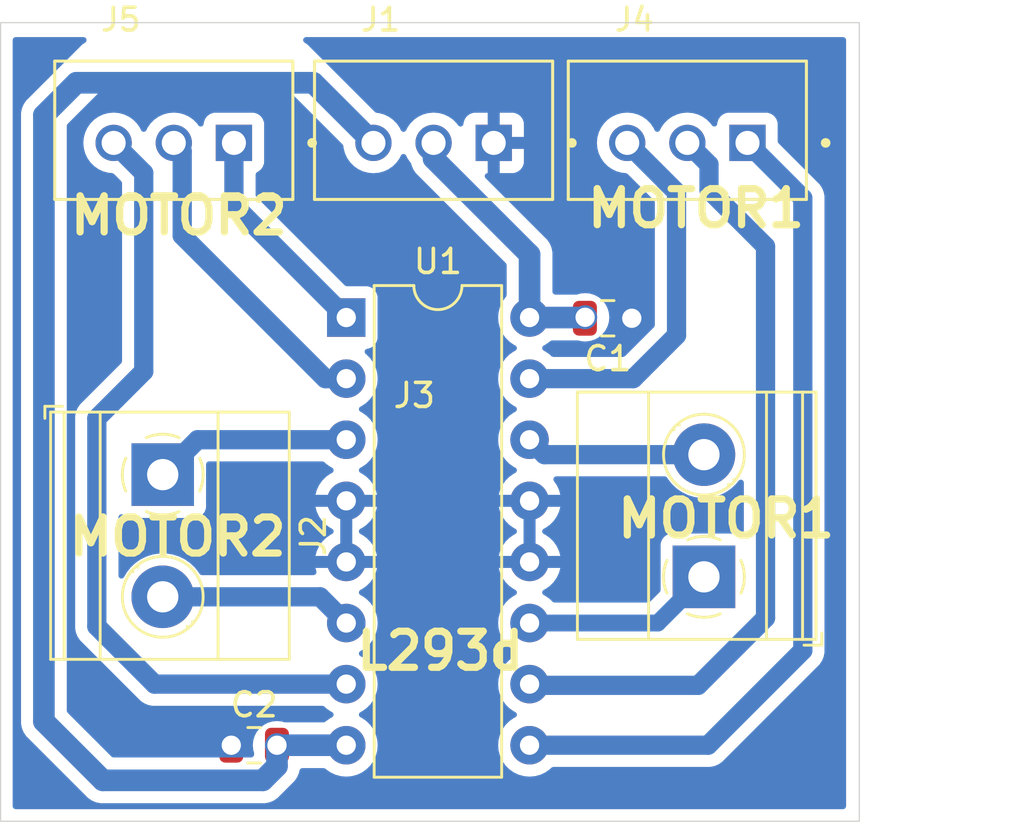
<source format=kicad_pcb>
(kicad_pcb (version 20240108) (generator "pcbnew") (generator_version "8.0")
  (layers (0 "F.Cu" signal) (31 "B.Cu" signal) (34 "B.Paste" user) (35 "F.Paste" user) (36 "B.SilkS" user "B.Silkscreen") (37 "F.SilkS" user "F.Silkscreen") (38 "B.Mask" user) (39 "F.Mask" user) (44 "Edge.Cuts" user))
  (net 0 "")
  (net 1 "GND")
  (net 2 "+5V")
  (net 3 "+12V")
  (net 4 "Net-(J2-Pin_1)")
  (net 5 "Net-(J2-Pin_2)")
  (net 6 "Net-(J3-Pin_2)")
  (net 7 "Net-(J3-Pin_1)")
  (net 8 "/M2")
  (net 9 "/M3")
  (net 10 "/PWM2")
  (net 11 "/M4")
  (net 12 "/M1")
  (net 13 "/PWM1")
  (footprint "TerminalBlock_Phoenix:TerminalBlock_Phoenix_MKDS-1,5-2-5.08_1x02_P5.08mm_Horizontal" (layer "F.Cu") (at 181.09 102.74 90)
    (property "Reference" "J3" (at 7.54 -12.04 0) (layer "F.SilkS"))
    (property "Value" "Screw_Terminal_01x02")
    (fp_line (start 7.68 -5.261) (end 7.68 4.66) (stroke (width 0.12)) (layer "F.SilkS"))
    (fp_line (start -2.6 -5.261) (end 7.68 -5.261) (stroke (width 0.12)) (layer "F.SilkS"))
    (fp_line (start -2.6 -5.261) (end -2.6 4.66) (stroke (width 0.12)) (layer "F.SilkS"))
    (fp_line (start -2.6 -2.301) (end 7.68 -2.301) (stroke (width 0.12)) (layer "F.SilkS"))
    (fp_line (start 6.15 -1.275) (end 6.115 -1.239) (stroke (width 0.12)) (layer "F.SilkS"))
    (fp_line (start 6.355 -1.069) (end 6.308 -1.023) (stroke (width 0.12)) (layer "F.SilkS"))
    (fp_line (start 3.853 1.023) (end 3.806 1.069) (stroke (width 0.12)) (layer "F.SilkS"))
    (fp_line (start 4.046 1.239) (end 4.011 1.274) (stroke (width 0.12)) (layer "F.SilkS"))
    (fp_line (start -2.6 2.6) (end 7.68 2.6) (stroke (width 0.12)) (layer "F.SilkS"))
    (fp_line (start -2.6 4.1) (end 7.68 4.1) (stroke (width 0.12)) (layer "F.SilkS"))
    (fp_line (start -2.84 4.16) (end -2.84 4.9) (stroke (width 0.12)) (layer "F.SilkS"))
    (fp_line (start -2.6 4.66) (end 7.68 4.66) (stroke (width 0.12)) (layer "F.SilkS"))
    (fp_line (start -2.84 4.9) (end -2.34 4.9) (stroke (width 0.12)) (layer "F.SilkS"))
    (fp_arc (start -0.683042 -1.535427) (mid 0.000524 -1.680501) (end 0.684 -1.535) (stroke (width 0.12)) (layer "F.SilkS"))
    (fp_arc (start 1.535427 -0.683042) (mid 1.680501 0.000524) (end 1.535 0.684) (stroke (width 0.12)) (layer "F.SilkS"))
    (fp_arc (start -1.535427 0.683042) (mid -1.680501 -0.000524) (end -1.535 -0.684) (stroke (width 0.12)) (layer "F.SilkS"))
    (fp_arc (start 0.683318 1.534756) (mid 0.349292 1.643288) (end 0 1.68) (stroke (width 0.12)) (layer "F.SilkS"))
    (fp_arc (start 0.028805 1.680253) (mid -0.335551 1.646659) (end -0.684 1.535) (stroke (width 0.12)) (layer "F.SilkS"))
    (fp_circle (center 5.08 0) (end 6.76 0) (stroke (width 0.12)) (fill none) (layer "F.SilkS"))
    (pad "1" thru_hole rect (at 0 0 90) (size 2.6 2.6) (drill 1.3) (layers "*.Cu" "*.Mask") (net 7 "Net-(J3-Pin_1)"))
    (pad "2" thru_hole circle (at 5.08 0 90) (size 2.6 2.6) (drill 1.3) (layers "*.Cu" "*.Mask") (net 6 "Net-(J3-Pin_2)"))
  )
  (footprint "B3B-XH-A_LF__SN_:JST_B3B-XH-A_LF__SN_" (layer "F.Cu") (at 159.05 84.175)
    (property "Reference" "J5" (at -2.2 -4.6 360) (layer "F.SilkS") (effects (font (size 0.944882 0.944882))))
    (property "Value" "B3B-XH-A_LF__SN_")
    (fp_line (start -4.95 -2.875) (end 4.95 -2.875) (stroke (width 0.127)) (layer "F.SilkS"))
    (fp_line (start -4.95 2.875) (end -4.95 -2.875) (stroke (width 0.127)) (layer "F.SilkS"))
    (fp_line (start 4.95 -2.875) (end 4.95 2.875) (stroke (width 0.127)) (layer "F.SilkS"))
    (fp_line (start 4.95 2.875) (end -4.95 2.875) (stroke (width 0.127)) (layer "F.SilkS"))
    (fp_circle (center 5.75 0.525) (end 5.85 0.525) (stroke (width 0.2)) (fill none) (layer "F.SilkS"))
    (pad "1" thru_hole rect (at 2.5 0.525) (size 1.508 1.508) (drill 1) (layers "*.Cu" "*.Mask") (net 10 "/PWM2"))
    (pad "2" thru_hole circle (at 0 0.525) (size 1.508 1.508) (drill 1) (layers "*.Cu" "*.Mask") (net 9 "/M3"))
    (pad "3" thru_hole circle (at -2.5 0.525) (size 1.508 1.508) (drill 1) (layers "*.Cu" "*.Mask") (net 11 "/M4"))
  )
  (footprint "Capacitor_SMD:C_0805_2012Metric" (layer "F.Cu") (at 162.39 109.74)
    (property "Reference" "C2" (at 0 -1.68 0) (layer "F.SilkS"))
    (property "Value" "10 uF")
    (fp_line (start -0.261252 -0.735) (end 0.261252 -0.735) (stroke (width 0.12)) (layer "F.SilkS"))
    (fp_line (start -0.261252 0.735) (end 0.261252 0.735) (stroke (width 0.12)) (layer "F.SilkS"))
    (pad "1" smd roundrect (at -0.95 0) (size 1 1.45) (layers "F.Cu" "F.Paste" "F.Mask") (net 1 "GND"))
    (pad "2" smd roundrect (at 0.95 0) (size 1 1.45) (layers "F.Cu" "F.Paste" "F.Mask") (net 3 "+12V"))
  )
  (footprint "Package_DIP:DIP-16_W7.62mm" (layer "F.Cu") (at 166.22 91.96)
    (property "Reference" "U1" (at 3.81 -2.33 0) (layer "F.SilkS"))
    (property "Value" "L293D")
    (fp_line (start 1.16 -1.33) (end 1.16 19.11) (stroke (width 0.12)) (layer "F.SilkS"))
    (fp_line (start 1.16 19.11) (end 6.46 19.11) (stroke (width 0.12)) (layer "F.SilkS"))
    (fp_line (start 2.81 -1.33) (end 1.16 -1.33) (stroke (width 0.12)) (layer "F.SilkS"))
    (fp_line (start 6.46 -1.33) (end 4.81 -1.33) (stroke (width 0.12)) (layer "F.SilkS"))
    (fp_line (start 6.46 19.11) (end 6.46 -1.33) (stroke (width 0.12)) (layer "F.SilkS"))
    (fp_arc (start 4.81 -1.33) (mid 3.81 -0.33) (end 2.81 -1.33) (stroke (width 0.12)) (layer "F.SilkS"))
    (pad "1" thru_hole rect (at 0 0) (size 1.6 1.6) (drill 0.8) (layers "*.Cu" "*.Mask") (net 10 "/PWM2"))
    (pad "2" thru_hole oval (at 0 2.54) (size 1.6 1.6) (drill 0.8) (layers "*.Cu" "*.Mask") (net 9 "/M3"))
    (pad "3" thru_hole oval (at 0 5.08) (size 1.6 1.6) (drill 0.8) (layers "*.Cu" "*.Mask") (net 4 "Net-(J2-Pin_1)"))
    (pad "4" thru_hole oval (at 0 7.62) (size 1.6 1.6) (drill 0.8) (layers "*.Cu" "*.Mask") (net 1 "GND"))
    (pad "5" thru_hole oval (at 0 10.16) (size 1.6 1.6) (drill 0.8) (layers "*.Cu" "*.Mask") (net 1 "GND"))
    (pad "6" thru_hole oval (at 0 12.7) (size 1.6 1.6) (drill 0.8) (layers "*.Cu" "*.Mask") (net 5 "Net-(J2-Pin_2)"))
    (pad "7" thru_hole oval (at 0 15.24) (size 1.6 1.6) (drill 0.8) (layers "*.Cu" "*.Mask") (net 11 "/M4"))
    (pad "8" thru_hole oval (at 0 17.78) (size 1.6 1.6) (drill 0.8) (layers "*.Cu" "*.Mask") (net 3 "+12V"))
    (pad "9" thru_hole oval (at 7.62 17.78) (size 1.6 1.6) (drill 0.8) (layers "*.Cu" "*.Mask") (net 13 "/PWM1"))
    (pad "10" thru_hole oval (at 7.62 15.24) (size 1.6 1.6) (drill 0.8) (layers "*.Cu" "*.Mask") (net 12 "/M1"))
    (pad "11" thru_hole oval (at 7.62 12.7) (size 1.6 1.6) (drill 0.8) (layers "*.Cu" "*.Mask") (net 7 "Net-(J3-Pin_1)"))
    (pad "12" thru_hole oval (at 7.62 10.16) (size 1.6 1.6) (drill 0.8) (layers "*.Cu" "*.Mask") (net 1 "GND"))
    (pad "13" thru_hole oval (at 7.62 7.62) (size 1.6 1.6) (drill 0.8) (layers "*.Cu" "*.Mask") (net 1 "GND"))
    (pad "14" thru_hole oval (at 7.62 5.08) (size 1.6 1.6) (drill 0.8) (layers "*.Cu" "*.Mask") (net 6 "Net-(J3-Pin_2)"))
    (pad "15" thru_hole oval (at 7.62 2.54) (size 1.6 1.6) (drill 0.8) (layers "*.Cu" "*.Mask") (net 8 "/M2"))
    (pad "16" thru_hole oval (at 7.62 0) (size 1.6 1.6) (drill 0.8) (layers "*.Cu" "*.Mask") (net 2 "+5V"))
  )
  (footprint "TerminalBlock_Phoenix:TerminalBlock_Phoenix_MKDS-1,5-2-5.08_1x02_P5.08mm_Horizontal" (layer "F.Cu") (at 158.59 98.49 -90)
    (property "Reference" "J2" (at 2.54 -6.26 90) (layer "F.SilkS"))
    (property "Value" "Screw_Terminal_01x02")
    (fp_line (start -2.84 4.9) (end -2.34 4.9) (stroke (width 0.12)) (layer "F.SilkS"))
    (fp_line (start -2.6 4.66) (end 7.68 4.66) (stroke (width 0.12)) (layer "F.SilkS"))
    (fp_line (start -2.84 4.16) (end -2.84 4.9) (stroke (width 0.12)) (layer "F.SilkS"))
    (fp_line (start -2.6 4.1) (end 7.68 4.1) (stroke (width 0.12)) (layer "F.SilkS"))
    (fp_line (start -2.6 2.6) (end 7.68 2.6) (stroke (width 0.12)) (layer "F.SilkS"))
    (fp_line (start 4.046 1.239) (end 4.011 1.274) (stroke (width 0.12)) (layer "F.SilkS"))
    (fp_line (start 3.853 1.023) (end 3.806 1.069) (stroke (width 0.12)) (layer "F.SilkS"))
    (fp_line (start 6.355 -1.069) (end 6.308 -1.023) (stroke (width 0.12)) (layer "F.SilkS"))
    (fp_line (start 6.15 -1.275) (end 6.115 -1.239) (stroke (width 0.12)) (layer "F.SilkS"))
    (fp_line (start -2.6 -2.301) (end 7.68 -2.301) (stroke (width 0.12)) (layer "F.SilkS"))
    (fp_line (start -2.6 -5.261) (end -2.6 4.66) (stroke (width 0.12)) (layer "F.SilkS"))
    (fp_line (start -2.6 -5.261) (end 7.68 -5.261) (stroke (width 0.12)) (layer "F.SilkS"))
    (fp_line (start 7.68 -5.261) (end 7.68 4.66) (stroke (width 0.12)) (layer "F.SilkS"))
    (fp_arc (start 0.028805 1.680253) (mid -0.335551 1.646659) (end -0.684 1.535) (stroke (width 0.12)) (layer "F.SilkS"))
    (fp_arc (start 0.683318 1.534756) (mid 0.349292 1.643288) (end 0 1.68) (stroke (width 0.12)) (layer "F.SilkS"))
    (fp_arc (start -1.535427 0.683042) (mid -1.680501 -0.000524) (end -1.535 -0.684) (stroke (width 0.12)) (layer "F.SilkS"))
    (fp_arc (start 1.535427 -0.683042) (mid 1.680501 0.000524) (end 1.535 0.684) (stroke (width 0.12)) (layer "F.SilkS"))
    (fp_arc (start -0.683042 -1.535427) (mid 0.000524 -1.680501) (end 0.684 -1.535) (stroke (width 0.12)) (layer "F.SilkS"))
    (fp_circle (center 5.08 0) (end 6.76 0) (stroke (width 0.12)) (fill none) (layer "F.SilkS"))
    (pad "1" thru_hole rect (at 0 0 270) (size 2.6 2.6) (drill 1.3) (layers "*.Cu" "*.Mask") (net 4 "Net-(J2-Pin_1)"))
    (pad "2" thru_hole circle (at 5.08 0 270) (size 2.6 2.6) (drill 1.3) (layers "*.Cu" "*.Mask") (net 5 "Net-(J2-Pin_2)"))
  )
  (footprint "B3B-XH-A_LF__SN_:JST_B3B-XH-A_LF__SN_" (layer "F.Cu") (at 169.85 84.175)
    (property "Reference" "J1" (at -2.2 -4.6 0) (layer "F.SilkS") (effects (font (size 0.944882 0.944882))))
    (property "Value" "B3B-XH-A_LF__SN_")
    (fp_line (start -4.95 -2.875) (end 4.95 -2.875) (stroke (width 0.127)) (layer "F.SilkS"))
    (fp_line (start -4.95 2.875) (end -4.95 -2.875) (stroke (width 0.127)) (layer "F.SilkS"))
    (fp_line (start 4.95 -2.875) (end 4.95 2.875) (stroke (width 0.127)) (layer "F.SilkS"))
    (fp_line (start 4.95 2.875) (end -4.95 2.875) (stroke (width 0.127)) (layer "F.SilkS"))
    (fp_circle (center 5.75 0.525) (end 5.85 0.525) (stroke (width 0.2)) (fill none) (layer "F.SilkS"))
    (pad "1" thru_hole rect (at 2.5 0.525) (size 1.508 1.508) (drill 1) (layers "*.Cu" "*.Mask") (net 1 "GND"))
    (pad "2" thru_hole circle (at 0 0.525) (size 1.508 1.508) (drill 1) (layers "*.Cu" "*.Mask") (net 2 "+5V"))
    (pad "3" thru_hole circle (at -2.5 0.525) (size 1.508 1.508) (drill 1) (layers "*.Cu" "*.Mask") (net 3 "+12V"))
  )
  (footprint "B3B-XH-A_LF__SN_:JST_B3B-XH-A_LF__SN_" (layer "F.Cu") (at 180.4 84.175)
    (property "Reference" "J4" (at -2.2 -4.6 360) (layer "F.SilkS") (effects (font (size 0.944882 0.944882))))
    (property "Value" "B3B-XH-A_LF__SN_")
    (fp_line (start -4.95 -2.875) (end 4.95 -2.875) (stroke (width 0.127)) (layer "F.SilkS"))
    (fp_line (start -4.95 2.875) (end -4.95 -2.875) (stroke (width 0.127)) (layer "F.SilkS"))
    (fp_line (start 4.95 -2.875) (end 4.95 2.875) (stroke (width 0.127)) (layer "F.SilkS"))
    (fp_line (start 4.95 2.875) (end -4.95 2.875) (stroke (width 0.127)) (layer "F.SilkS"))
    (fp_circle (center 5.75 0.525) (end 5.85 0.525) (stroke (width 0.2)) (fill none) (layer "F.SilkS"))
    (pad "1" thru_hole rect (at 2.5 0.525) (size 1.508 1.508) (drill 1) (layers "*.Cu" "*.Mask") (net 13 "/PWM1"))
    (pad "2" thru_hole circle (at 0 0.525) (size 1.508 1.508) (drill 1) (layers "*.Cu" "*.Mask") (net 12 "/M1"))
    (pad "3" thru_hole circle (at -2.5 0.525) (size 1.508 1.508) (drill 1) (layers "*.Cu" "*.Mask") (net 8 "/M2"))
  )
  (footprint "Capacitor_SMD:C_0805_2012Metric" (layer "F.Cu") (at 177.09 91.99 180)
    (property "Reference" "C1" (at 0 -1.68 0) (layer "F.SilkS"))
    (property "Value" "10 uF")
    (fp_line (start -0.261252 0.735) (end 0.261252 0.735) (stroke (width 0.12)) (layer "F.SilkS"))
    (fp_line (start -0.261252 -0.735) (end 0.261252 -0.735) (stroke (width 0.12)) (layer "F.SilkS"))
    (pad "1" smd roundrect (at -0.95 0 180) (size 1 1.45) (layers "F.Cu" "F.Paste" "F.Mask") (net 1 "GND"))
    (pad "2" smd roundrect (at 0.95 0 180) (size 1 1.45) (layers "F.Cu" "F.Paste" "F.Mask") (net 2 "+5V"))
  )
  (gr_rect (start 151.85 79.7) (end 187.55 112.9) (stroke (width 0.05)) (fill none) (layer "Edge.Cuts"))
  (gr_text "MOTOR1" (at 177.35 101.2 0) (layer "F.SilkS") (effects (font (size 1.5 1.5) (thickness 0.3) (bold yes)) (justify left bottom)))
  (gr_text "MOTOR2" (at 154.55 101.95 0) (layer "F.SilkS") (effects (font (size 1.5 1.5) (thickness 0.3) (bold yes)) (justify left bottom)))
  (gr_text "MOTOR2" (at 154.6 88.6 0) (layer "F.SilkS") (effects (font (size 1.5 1.5) (thickness 0.3) (bold yes)) (justify left bottom)))
  (gr_text "MOTOR1" (at 176.1 88.3 0) (layer "F.SilkS") (effects (font (size 1.5 1.5) (thickness 0.3) (bold yes)) (justify left bottom)))
  (gr_text "L293d" (at 166.5 106.7 0) (layer "F.SilkS") (effects (font (size 1.5 1.5) (thickness 0.3) (bold yes)) (justify left bottom)))
  (via (at 161.44 109.74) (size 1) (drill 0.8) (layers "F.Cu" "B.Cu") (net 1))
  (via (at 178.09 91.99) (size 1) (drill 0.8) (layers "F.Cu" "B.Cu") (net 1))
  (via (at 176.15 91.95) (size 1) (drill 0.8) (layers "F.Cu" "B.Cu") (net 2))
  (segment (start 169.85 85.35) (end 169.85 84.7) (width 0.9) (layer "B.Cu") (net 2))
  (segment (start 173.84 89.34) (end 169.85 85.35) (width 0.9) (layer "B.Cu") (net 2))
  (segment (start 176.15 91.95) (end 176.14 91.96) (width 0.9) (layer "B.Cu") (net 2))
  (segment (start 173.84 91.96) (end 173.84 89.34) (width 0.9) (layer "B.Cu") (net 2))
  (segment (start 176.14 91.96) (end 173.84 91.96) (width 0.9) (layer "B.Cu") (net 2))
  (via (at 163.34 109.74) (size 1) (drill 0.8) (layers "F.Cu" "B.Cu") (net 3))
  (segment (start 166.22 109.74) (end 163.34 109.74) (width 0.9) (layer "B.Cu") (net 3))
  (segment (start 162.75 111.2) (end 156.1 111.2) (width 0.9) (layer "B.Cu") (net 3))
  (segment (start 163.34 109.74) (end 163.34 110.61) (width 0.9) (layer "B.Cu") (net 3))
  (segment (start 156.1 111.2) (end 153.65 108.75) (width 0.9) (layer "B.Cu") (net 3))
  (segment (start 164.85 82.2) (end 167.35 84.7) (width 0.9) (layer "B.Cu") (net 3))
  (segment (start 153.65 83.55) (end 155 82.2) (width 0.9) (layer "B.Cu") (net 3))
  (segment (start 155 82.2) (end 164.85 82.2) (width 0.9) (layer "B.Cu") (net 3))
  (segment (start 163.34 110.61) (end 162.75 111.2) (width 0.9) (layer "B.Cu") (net 3))
  (segment (start 153.65 108.75) (end 153.65 83.55) (width 0.9) (layer "B.Cu") (net 3))
  (segment (start 160.04 97.04) (end 158.59 98.49) (width 0.8) (layer "B.Cu") (net 4))
  (segment (start 166.22 97.04) (end 160.04 97.04) (width 0.8) (layer "B.Cu") (net 4))
  (segment (start 158.59 103.57) (end 165.13 103.57) (width 0.8) (layer "B.Cu") (net 5))
  (segment (start 165.13 103.57) (end 166.22 104.66) (width 0.8) (layer "B.Cu") (net 5))
  (segment (start 181.09 97.66) (end 174.46 97.66) (width 0.8) (layer "B.Cu") (net 6))
  (segment (start 174.46 97.66) (end 173.84 97.04) (width 0.8) (layer "B.Cu") (net 6))
  (segment (start 179.17 104.66) (end 181.09 102.74) (width 0.7) (layer "B.Cu") (net 7))
  (segment (start 173.84 104.66) (end 179.17 104.66) (width 0.7) (layer "B.Cu") (net 7))
  (segment (start 179.95 92.7) (end 178.15 94.5) (width 0.8) (layer "B.Cu") (net 8))
  (segment (start 179.95 86.75) (end 179.95 92.7) (width 0.8) (layer "B.Cu") (net 8))
  (segment (start 177.9 84.7) (end 179.95 86.75) (width 0.8) (layer "B.Cu") (net 8))
  (segment (start 178.15 94.5) (end 173.84 94.5) (width 0.8) (layer "B.Cu") (net 8))
  (segment (start 165.35 94.5) (end 159.4 88.55) (width 0.8) (layer "B.Cu") (net 9))
  (segment (start 159.4 88.55) (end 159.4 85.05) (width 0.8) (layer "B.Cu") (net 9))
  (segment (start 166.22 94.5) (end 165.35 94.5) (width 0.8) (layer "B.Cu") (net 9))
  (segment (start 159.4 85.05) (end 159.05 84.7) (width 0.8) (layer "B.Cu") (net 9))
  (segment (start 161.55 84.7) (end 161.55 87.29) (width 0.8) (layer "B.Cu") (net 10))
  (segment (start 161.55 87.29) (end 166.22 91.96) (width 0.8) (layer "B.Cu") (net 10))
  (segment (start 166.22 107.2) (end 158.25 107.2) (width 0.8) (layer "B.Cu") (net 11))
  (segment (start 155.85 96.15) (end 157.8 94.2) (width 0.8) (layer "B.Cu") (net 11))
  (segment (start 157.8 94.2) (end 157.8 85.95) (width 0.8) (layer "B.Cu") (net 11))
  (segment (start 157.8 85.95) (end 156.55 84.7) (width 0.8) (layer "B.Cu") (net 11))
  (segment (start 155.85 104.8) (end 155.85 96.15) (width 0.8) (layer "B.Cu") (net 11))
  (segment (start 158.25 107.2) (end 155.85 104.8) (width 0.8) (layer "B.Cu") (net 11))
  (segment (start 180.4 84.7) (end 181.3 85.6) (width 0.8) (layer "B.Cu") (net 12))
  (segment (start 181.3 86.65) (end 183.65 89) (width 0.8) (layer "B.Cu") (net 12))
  (segment (start 180.85 107.25) (end 173.89 107.25) (width 0.8) (layer "B.Cu") (net 12))
  (segment (start 183.65 89) (end 183.65 104.45) (width 0.8) (layer "B.Cu") (net 12))
  (segment (start 183.65 104.45) (end 180.85 107.25) (width 0.8) (layer "B.Cu") (net 12))
  (segment (start 181.3 85.6) (end 181.3 86.65) (width 0.8) (layer "B.Cu") (net 12))
  (segment (start 173.89 107.25) (end 173.84 107.2) (width 0.8) (layer "B.Cu") (net 12))
  (segment (start 185.2 87) (end 182.9 84.7) (width 0.8) (layer "B.Cu") (net 13))
  (segment (start 173.84 109.74) (end 181.26 109.74) (width 0.8) (layer "B.Cu") (net 13))
  (segment (start 181.26 109.74) (end 185.2 105.8) (width 0.8) (layer "B.Cu") (net 13))
  (segment (start 185.2 105.8) (end 185.2 87) (width 0.8) (layer "B.Cu") (net 13))
  (zone (net 1) (net_name "GND") (layer "B.Cu") (connect_pads (clearance 0.5)) (min_thickness 0.25) (fill yes (thermal_gap 0.5) (thermal_bridge_width 0.5))
    (polygon (pts (xy 152.25 80.3) (xy 152.25 112.4) (xy 187 112.4) (xy 187 80.3)))
  )
)
</source>
